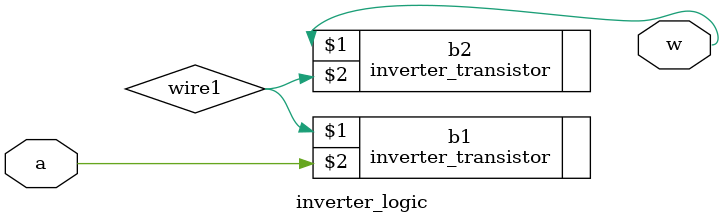
<source format=v>
`timescale 1ns/1ns
`include "inverter_transistor.v"
module inverter_logic (w, a);
input a;
output w;
wire wire1;
inverter_transistor b1 (wire1, a);
inverter_transistor b2 (w, wire1);
endmodule
</source>
